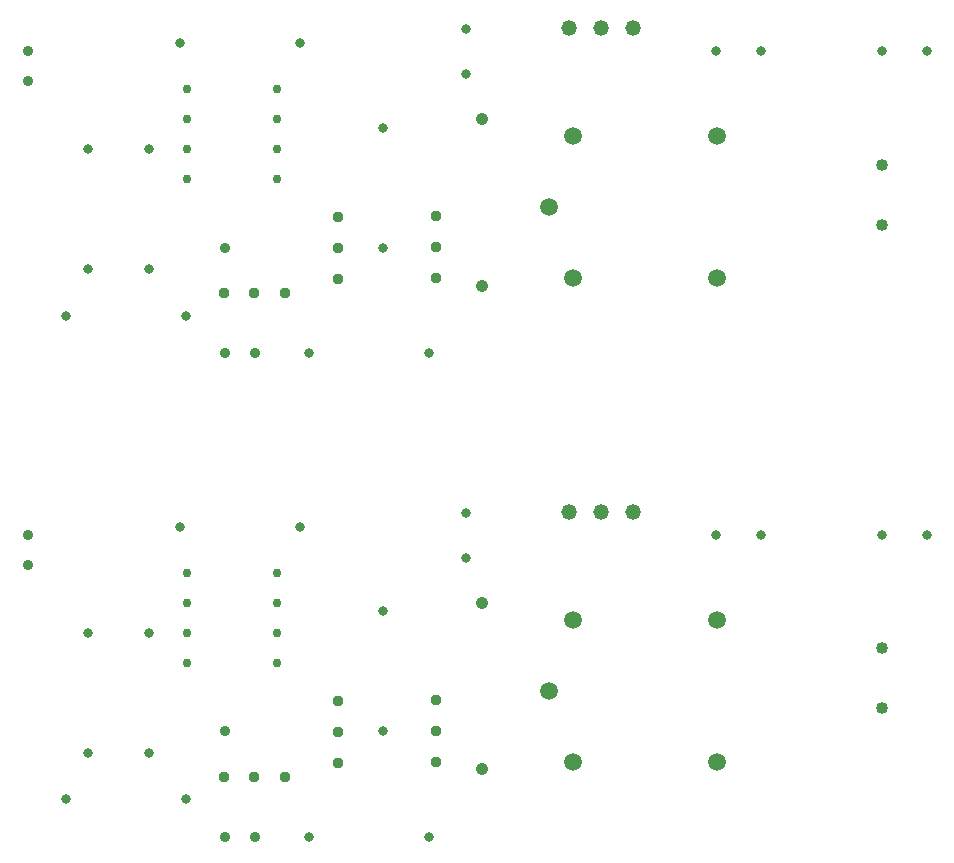
<source format=gbr>
G04 DesignSpark PCB Gerber Version 10.0 Build 5299*
G04 #@! TF.Part,Single*
G04 #@! TF.FilePolarity,Positive*
%FSLAX35Y35*%
%MOIN*%
G04 #@! TA.AperFunction,ComponentDrill*
%ADD77C,0.02992*%
%ADD73C,0.03200*%
%ADD74C,0.03500*%
G04 #@! TA.AperFunction,ViaDrill*
%ADD72C,0.03504*%
G04 #@! TA.AperFunction,ComponentDrill*
%ADD79C,0.03701*%
%ADD138C,0.04016*%
%ADD78C,0.04134*%
%ADD75C,0.05197*%
%ADD80C,0.05906*%
G04 #@! TD.AperFunction*
X0Y0D02*
D02*
D72*
X171939Y81230D03*
Y242490D03*
D02*
D73*
X119025Y58553D03*
Y219813D03*
X126584Y73986D03*
Y113986D03*
Y235246D03*
Y275246D03*
X146742Y73986D03*
Y113986D03*
Y235246D03*
Y275246D03*
X157135Y149261D03*
Y310521D03*
X159025Y58553D03*
Y219813D03*
X197135Y149261D03*
Y310521D03*
X199970Y45954D03*
Y207214D03*
X224852Y81230D03*
Y121230D03*
Y242490D03*
Y282490D03*
X239970Y45954D03*
Y207214D03*
X252569Y139183D03*
Y154183D03*
Y300443D03*
Y315443D03*
X335718Y146742D03*
Y308002D03*
X350718Y146742D03*
Y308002D03*
X391151Y146742D03*
Y308002D03*
X406151Y146742D03*
Y308002D03*
D02*
D74*
X106427Y136663D03*
Y146663D03*
Y297923D03*
Y307923D03*
X172017Y45954D03*
Y207214D03*
X182017Y45954D03*
Y207214D03*
D02*
D75*
X286742Y154301D03*
Y315561D03*
X297372Y154301D03*
Y315561D03*
X308002Y154301D03*
Y315561D03*
D02*
D77*
X159458Y104025D03*
Y114025D03*
Y124025D03*
Y134025D03*
Y265285D03*
Y275285D03*
Y285285D03*
Y295285D03*
X189458Y104025D03*
Y114025D03*
Y124025D03*
Y134025D03*
Y265285D03*
Y275285D03*
Y285285D03*
Y295285D03*
D02*
D78*
X257608Y68553D03*
Y124065D03*
Y229813D03*
Y285324D03*
D02*
D79*
X171624Y66112D03*
Y227372D03*
X181860Y66112D03*
Y227372D03*
X192096Y66112D03*
Y227372D03*
X209734Y70836D03*
Y81072D03*
Y91309D03*
Y232096D03*
Y242332D03*
Y252569D03*
X242490Y71151D03*
Y81387D03*
Y91624D03*
Y232411D03*
Y242647D03*
Y252883D03*
D02*
D80*
X280246Y94773D03*
Y256033D03*
X288120Y71151D03*
Y118395D03*
Y232411D03*
Y279655D03*
X336151Y71151D03*
Y118395D03*
Y232411D03*
Y279655D03*
D02*
D138*
X391151Y88868D03*
Y108868D03*
Y250128D03*
Y270128D03*
X0Y0D02*
M02*

</source>
